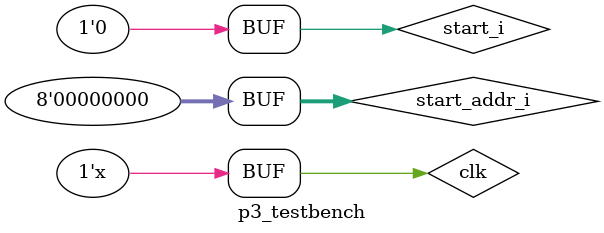
<source format=v>
module p3_testbench();
// Declare inputs as regs and outputs as wires

	reg clk;			        // Clock 
	reg start_i;            // flag: whether to jump to the start address
	reg [7:0] start_addr_i; // the address of the beginning of the program
	wire writeEnable_o;
	wire [3:0] regWrite_o;
	wire [7:0] dataWrite_o;
	wire [7:0] instr_o;
	wire [7:0] pc_o;
	wire halt_o;
	wire yesJump_o;
	wire [7:0] target_o;
	
// Initialize all variables
initial begin        
	clk = 1;       // initial value of clock
	start_i = 0;
	start_addr_i = 0;
	
	
	#10 start_i = 1;
	#10 start_i = 0;
end

 // Clock generator
always begin
   #5  clk = ~clk; // Toggle clock every 5 ticks
						// this makes the clock cycle 10 ticks
end

// the following creates an instance of our program_counter register.
//   I copied this code verbatim from the walkthough.v that was
//   generated by Quartus when I created the .v file from the .bdf.

p2 b2v_inst(
	.clk(clk),
	.start_i(start_i),
	.start_addr_i(start_addr_i),
	.writeEnable_o(writeEnable_o),
	.regWrite_o(regWrite_o),
	.dataWrite_o(dataWrite_o),
	.instr_o(instr_o),
	.pc_o(pc_o),
	.halt_o(halt_o),
	.yesJump_o(yesJump_o),
	.target_o(target_o)
);
endmodule

</source>
